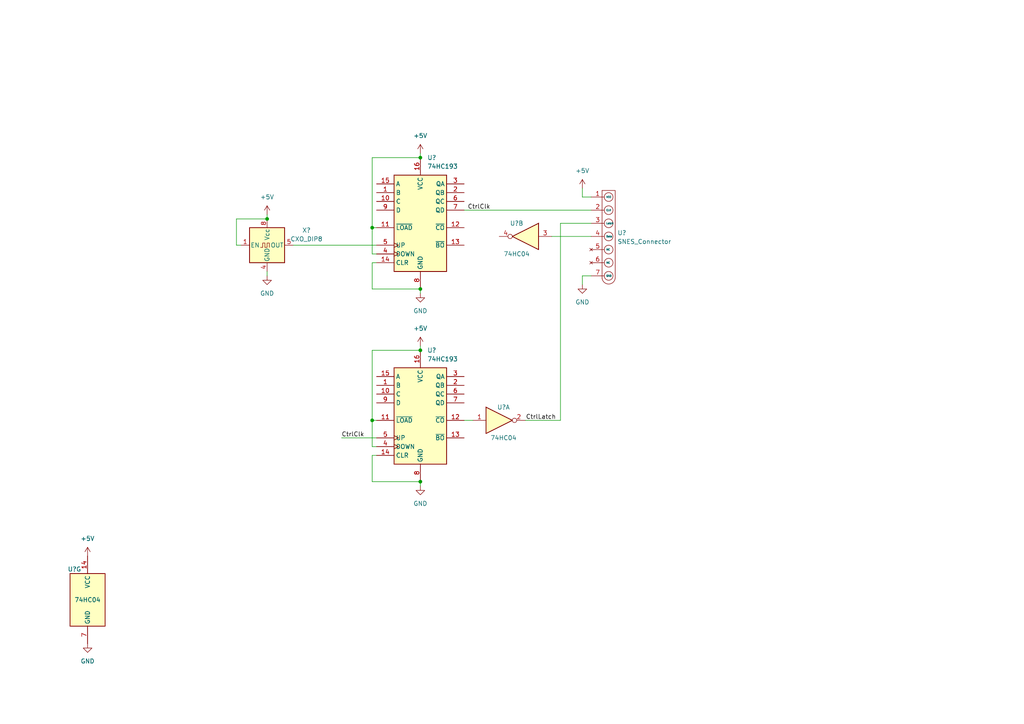
<source format=kicad_sch>
(kicad_sch (version 20211123) (generator eeschema)
  (paper "A4")
  (lib_symbols
    (symbol "0_Z80_Library:SNES_Connector"
      (property "Reference" "U" (at 0 0 0))
      (property "Value" "SNES_Connector" (at 0 -1.905 0))
      (symbol "SNES_Connector_0_1"
        (arc (start -1.905 -28.5901) (mid 0 -30.315) (end 1.905 -28.5901))
        (circle (center 0 -27.94) (radius 1.27))
        (circle (center 0 -24.13) (radius 1.27))
        (circle (center 0 -20.32) (radius 1.27))
        (circle (center 0 -16.51) (radius 1.27))
        (circle (center 0 -12.7) (radius 1.27))
        (circle (center 0 -8.89) (radius 1.27))
        (circle (center 0 -5.08) (radius 1.27))
        (polyline (pts (xy 1.905 -28.575) (xy 1.905 -3.175)))
        (polyline (pts (xy 1.905 -3.175) (xy -1.905 -3.175) (xy -1.905 -28.575)))
      )
      (symbol "SNES_Connector_1_1"
        (pin power_in line (at 5.08 -5.08 180) (length 3.81) (name "VCC") (number "1"))
        (pin input line (at 5.08 -8.89 180) (length 3.81) (name "CLK") (number "2"))
        (pin input line (at 5.08 -12.7 180) (length 3.81) (name "Latch") (number "3"))
        (pin output line (at 5.08 -16.51 180) (length 3.81) (name "Data") (number "4"))
        (pin no_connect line (at 5.08 -20.32 180) (length 3.81) (name "NC") (number "5"))
        (pin no_connect line (at 5.08 -24.13 180) (length 3.81) (name "NC") (number "6"))
        (pin power_in line (at 5.08 -27.94 180) (length 3.81) (name "GND") (number "7"))
      )
    )
    (symbol "74xx:74HC04"
      (property "Reference" "U" (at 0 1.27 0))
      (property "Value" "74HC04" (at 0 -1.27 0))
      (symbol "74HC04_1_0"
        (polyline (pts (xy -3.81 3.81) (xy -3.81 -3.81) (xy 3.81 0) (xy -3.81 3.81)) (stroke (width 0.254)) (fill (type background)))
        (pin input line (at -7.62 0 0) (length 3.81) (name "~") (number "1"))
        (pin output inverted (at 7.62 0 180) (length 3.81) (name "~") (number "2"))
      )
      (symbol "74HC04_2_0"
        (polyline (pts (xy -3.81 3.81) (xy -3.81 -3.81) (xy 3.81 0) (xy -3.81 3.81)) (stroke (width 0.254)) (fill (type background)))
        (pin input line (at -7.62 0 0) (length 3.81) (name "~") (number "3"))
        (pin output inverted (at 7.62 0 180) (length 3.81) (name "~") (number "4"))
      )
      (symbol "74HC04_3_0"
        (polyline (pts (xy -3.81 3.81) (xy -3.81 -3.81) (xy 3.81 0) (xy -3.81 3.81)) (stroke (width 0.254)) (fill (type background)))
        (pin input line (at -7.62 0 0) (length 3.81) (name "~") (number "5"))
        (pin output inverted (at 7.62 0 180) (length 3.81) (name "~") (number "6"))
      )
      (symbol "74HC04_4_0"
        (polyline (pts (xy -3.81 3.81) (xy -3.81 -3.81) (xy 3.81 0) (xy -3.81 3.81)) (stroke (width 0.254)) (fill (type background)))
        (pin output inverted (at 7.62 0 180) (length 3.81) (name "~") (number "8"))
        (pin input line (at -7.62 0 0) (length 3.81) (name "~") (number "9"))
      )
      (symbol "74HC04_5_0"
        (polyline (pts (xy -3.81 3.81) (xy -3.81 -3.81) (xy 3.81 0) (xy -3.81 3.81)) (stroke (width 0.254)) (fill (type background)))
        (pin output inverted (at 7.62 0 180) (length 3.81) (name "~") (number "10"))
        (pin input line (at -7.62 0 0) (length 3.81) (name "~") (number "11"))
      )
      (symbol "74HC04_6_0"
        (polyline (pts (xy -3.81 3.81) (xy -3.81 -3.81) (xy 3.81 0) (xy -3.81 3.81)) (stroke (width 0.254)) (fill (type background)))
        (pin output inverted (at 7.62 0 180) (length 3.81) (name "~") (number "12"))
        (pin input line (at -7.62 0 0) (length 3.81) (name "~") (number "13"))
      )
      (symbol "74HC04_7_0"
        (pin power_in line (at 0 12.7 270) (length 5.08) (name "VCC") (number "14"))
        (pin power_in line (at 0 -12.7 90) (length 5.08) (name "GND") (number "7"))
      )
      (symbol "74HC04_7_1"
        (rectangle (start -5.08 7.62) (end 5.08 -7.62) (stroke (width 0.254)) (fill (type background)))
      )
    )
    (symbol "74xx:74LS193"
      (property "Reference" "U" (at -7.62 13.97 0))
      (property "Value" "74LS193" (at 5.08 13.97 0))
      (symbol "74LS193_1_0"
        (pin input line (at -12.7 7.62 0) (length 5.08) (name "B") (number "1"))
        (pin input line (at -12.7 5.08 0) (length 5.08) (name "C") (number "10"))
        (pin input line (at -12.7 -2.54 0) (length 5.08) (name "~{LOAD}") (number "11"))
        (pin output line (at 12.7 -2.54 180) (length 5.08) (name "~{CO}") (number "12"))
        (pin output line (at 12.7 -7.62 180) (length 5.08) (name "~{BO}") (number "13"))
        (pin input line (at -12.7 -12.7 0) (length 5.08) (name "CLR") (number "14"))
        (pin input line (at -12.7 10.16 0) (length 5.08) (name "A") (number "15"))
        (pin power_in line (at 0 17.78 270) (length 5.08) (name "VCC") (number "16"))
        (pin output line (at 12.7 7.62 180) (length 5.08) (name "QB") (number "2"))
        (pin output line (at 12.7 10.16 180) (length 5.08) (name "QA") (number "3"))
        (pin input clock (at -12.7 -10.16 0) (length 5.08) (name "DOWN") (number "4"))
        (pin input clock (at -12.7 -7.62 0) (length 5.08) (name "UP") (number "5"))
        (pin output line (at 12.7 5.08 180) (length 5.08) (name "QC") (number "6"))
        (pin output line (at 12.7 2.54 180) (length 5.08) (name "QD") (number "7"))
        (pin power_in line (at 0 -20.32 90) (length 5.08) (name "GND") (number "8"))
        (pin input line (at -12.7 2.54 0) (length 5.08) (name "D") (number "9"))
      )
      (symbol "74LS193_1_1"
        (rectangle (start -7.62 12.7) (end 7.62 -15.24) (stroke (width 0.254)) (fill (type background)))
      )
    )
    (symbol "Oscillator:CXO_DIP8" (pin_names (offset 0.254))
      (property "Reference" "X" (at -5.08 6.35 0))
      (property "Value" "CXO_DIP8" (at 1.27 -6.35 0))
      (symbol "CXO_DIP8_0_1"
        (rectangle (start -5.08 5.08) (end 5.08 -5.08) (stroke (width 0.254)) (fill (type background)))
        (polyline (pts (xy -1.905 -0.635) (xy -1.27 -0.635) (xy -1.27 0.635) (xy -0.635 0.635) (xy -0.635 -0.635) (xy 0 -0.635) (xy 0 0.635) (xy 0.635 0.635) (xy 0.635 -0.635)))
      )
      (symbol "CXO_DIP8_1_1"
        (pin input line (at -7.62 0 0) (length 2.54) (name "EN") (number "1"))
        (pin power_in line (at 0 -7.62 90) (length 2.54) (name "GND") (number "4"))
        (pin output line (at 7.62 0 180) (length 2.54) (name "OUT") (number "5"))
        (pin power_in line (at 0 7.62 270) (length 2.54) (name "Vcc") (number "8"))
      )
    )
    (symbol "power:+5V" (power) (pin_names (offset 0))
      (property "Value" "+5V" (at 0 3.556 0))
      (symbol "+5V_0_1"
        (polyline (pts (xy -0.762 1.27) (xy 0 2.54)))
        (polyline (pts (xy 0 0) (xy 0 2.54)))
        (polyline (pts (xy 0 2.54) (xy 0.762 1.27)))
      )
      (symbol "+5V_1_1"
        (pin power_in line (at 0 0 90) (length 0) hide (name "+5V") (number "1"))
      )
    )
    (symbol "power:GND" (power) (pin_names (offset 0))
      (property "Value" "GND" (at 0 -3.81 0))
      (symbol "GND_0_1"
        (polyline (pts (xy 0 0) (xy 0 -1.27) (xy 1.27 -1.27) (xy 0 -2.54) (xy -1.27 -1.27) (xy 0 -1.27)))
      )
      (symbol "GND_1_1"
        (pin power_in line (at 0 0 270) (length 0) hide (name "GND") (number "1"))
      )
    )
  )
  (junction (at 121.92 101.6))
  (junction (at 107.95 66.04))
  (junction (at 77.47 63.5))
  (junction (at 107.95 121.92))
  (junction (at 121.92 45.72))
  (junction (at 121.92 139.7))
  (junction (at 121.92 83.82))
  (wire (pts (xy 107.95 139.7) (xy 121.92 139.7)))
  (wire (pts (xy 160.02 68.58) (xy 171.45 68.58)))
  (wire (pts (xy 109.22 76.2) (xy 107.95 76.2)))
  (wire (pts (xy 107.95 129.54) (xy 107.95 121.92)))
  (wire (pts (xy 162.56 121.92) (xy 162.56 64.77)))
  (wire (pts (xy 107.95 73.66) (xy 107.95 66.04)))
  (wire (pts (xy 107.95 101.6) (xy 121.92 101.6)))
  (wire (pts (xy 68.58 63.5) (xy 77.47 63.5)))
  (wire (pts (xy 107.95 76.2) (xy 107.95 83.82)))
  (wire (pts (xy 107.95 83.82) (xy 121.92 83.82)))
  (wire (pts (xy 107.95 66.04) (xy 109.22 66.04)))
  (wire (pts (xy 121.92 100.33) (xy 121.92 101.6)))
  (wire (pts (xy 85.09 71.12) (xy 109.22 71.12)))
  (wire (pts (xy 109.22 132.08) (xy 107.95 132.08)))
  (wire (pts (xy 99.06 127) (xy 109.22 127)))
  (wire (pts (xy 168.91 80.01) (xy 168.91 82.55)))
  (wire (pts (xy 107.95 121.92) (xy 109.22 121.92)))
  (wire (pts (xy 107.95 132.08) (xy 107.95 139.7)))
  (wire (pts (xy 171.45 80.01) (xy 168.91 80.01)))
  (wire (pts (xy 109.22 73.66) (xy 107.95 73.66)))
  (wire (pts (xy 134.62 60.96) (xy 171.45 60.96)))
  (wire (pts (xy 152.4 121.92) (xy 162.56 121.92)))
  (wire (pts (xy 168.91 54.61) (xy 168.91 57.15)))
  (wire (pts (xy 107.95 45.72) (xy 121.92 45.72)))
  (wire (pts (xy 107.95 66.04) (xy 107.95 45.72)))
  (wire (pts (xy 69.85 71.12) (xy 68.58 71.12)))
  (wire (pts (xy 107.95 121.92) (xy 107.95 101.6)))
  (wire (pts (xy 134.62 121.92) (xy 137.16 121.92)))
  (wire (pts (xy 109.22 129.54) (xy 107.95 129.54)))
  (wire (pts (xy 121.92 44.45) (xy 121.92 45.72)))
  (wire (pts (xy 68.58 71.12) (xy 68.58 63.5)))
  (wire (pts (xy 162.56 64.77) (xy 171.45 64.77)))
  (wire (pts (xy 121.92 85.09) (xy 121.92 83.82)))
  (wire (pts (xy 77.47 78.74) (xy 77.47 80.01)))
  (wire (pts (xy 171.45 57.15) (xy 168.91 57.15)))
  (wire (pts (xy 121.92 140.97) (xy 121.92 139.7)))
  (wire (pts (xy 77.47 62.23) (xy 77.47 63.5)))
  (label "CtrlLatch" (at 161.29 121.92 180))
  (label "CtrlClk" (at 99.06 127 0))
  (label "CtrlClk" (at 142.24 60.96 180))
  (symbol (lib_id "power:GND") (at 168.91 82.55 0) (unit 1)
    (property "Reference" "#PWR?" (effects hide))
    (property "Value" "GND" (at 168.91 87.63 0))
  )
  (symbol (lib_id "power:GND") (at 25.4 186.69 0) (unit 1)
    (property "Reference" "#PWR?" (effects hide))
    (property "Value" "GND" (at 25.4 191.77 0))
  )
  (symbol (lib_id "74xx:74HC04") (at 144.78 121.92 0) (unit 1)
    (property "Reference" "U?" (at 146.05 118.11 0))
    (property "Value" "74HC04" (at 146.05 127 0))
    (property "Datasheet" "https://assets.nexperia.com/documents/data-sheet/74HC_HCT04.pdf" (effects hide))
  )
  (symbol (lib_id "power:+5V") (at 77.47 62.23 0) (unit 1)
    (property "Reference" "#PWR?" (effects hide))
    (property "Value" "+5V" (at 77.47 57.15 0))
  )
  (symbol (lib_id "0_Z80_Library:SNES_Connector") (at 176.53 52.07 0) (mirror y) (unit 1)
    (property "Reference" "U?" (at 179.07 67.5449 0) (effects (justify right)))
    (property "Value" "SNES_Connector" (at 179.07 70.0849 0) (effects (justify right)))
  )
  (symbol (lib_id "74xx:74LS193") (at 121.92 119.38 0) (unit 1)
    (property "Reference" "U?" (at 123.9394 101.6 0) (effects (justify left)))
    (property "Value" "74HC193" (at 123.9394 104.14 0) (effects (justify left)))
    (property "Datasheet" "http://www.ti.com/lit/ds/symlink/sn74ls193.pdf" (effects hide))
  )
  (symbol (lib_id "74xx:74HC04") (at 25.4 173.99 0) (unit 7)
    (property "Reference" "U?" (at 21.59 165.1 0))
    (property "Value" "74HC04" (at 25.4 173.99 0))
    (property "Datasheet" "https://assets.nexperia.com/documents/data-sheet/74HC_HCT04.pdf" (effects hide))
  )
  (symbol (lib_id "power:GND") (at 77.47 80.01 0) (unit 1)
    (property "Reference" "#PWR?" (effects hide))
    (property "Value" "GND" (at 77.47 85.09 0))
  )
  (symbol (lib_id "74xx:74HC04") (at 152.4 68.58 0) (mirror y) (unit 2)
    (property "Reference" "U?" (at 149.86 64.77 0))
    (property "Value" "74HC04" (at 149.86 73.66 0))
    (property "Datasheet" "https://assets.nexperia.com/documents/data-sheet/74HC_HCT04.pdf" (effects hide))
  )
  (symbol (lib_id "power:GND") (at 121.92 85.09 0) (unit 1)
    (property "Reference" "#PWR?" (effects hide))
    (property "Value" "GND" (at 121.92 90.17 0))
  )
  (symbol (lib_id "power:+5V") (at 121.92 100.33 0) (unit 1)
    (property "Reference" "#PWR?" (effects hide))
    (property "Value" "+5V" (at 121.92 95.25 0))
  )
  (symbol (lib_id "power:+5V") (at 25.4 161.29 0) (unit 1)
    (property "Reference" "#PWR?" (effects hide))
    (property "Value" "+5V" (at 25.4 156.21 0))
  )
  (symbol (lib_id "power:GND") (at 121.92 140.97 0) (unit 1)
    (property "Reference" "#PWR?" (effects hide))
    (property "Value" "GND" (at 121.92 146.05 0))
  )
  (symbol (lib_id "power:+5V") (at 121.92 44.45 0) (unit 1)
    (property "Reference" "#PWR?" (effects hide))
    (property "Value" "+5V" (at 121.92 39.37 0))
  )
  (symbol (lib_id "74xx:74LS193") (at 121.92 63.5 0) (unit 1)
    (property "Reference" "U?" (at 123.9394 45.72 0) (effects (justify left)))
    (property "Value" "74HC193" (at 123.9394 48.26 0) (effects (justify left)))
    (property "Datasheet" "http://www.ti.com/lit/ds/symlink/sn74ls193.pdf" (effects hide))
  )
  (symbol (lib_id "power:+5V") (at 168.91 54.61 0) (unit 1)
    (property "Reference" "#PWR?" (effects hide))
    (property "Value" "+5V" (at 168.91 49.53 0))
  )
  (symbol (lib_id "Oscillator:CXO_DIP8") (at 77.47 71.12 0) (unit 1)
    (property "Reference" "X?" (at 88.9 66.7893 0))
    (property "Value" "CXO_DIP8" (at 88.9 69.3293 0))
    (property "Footprint" "Oscillator:Oscillator_DIP-8" (effects hide))
    (property "Datasheet" "http://cdn-reichelt.de/documents/datenblatt/B400/OSZI.pdf" (effects hide))
  )
)
</source>
